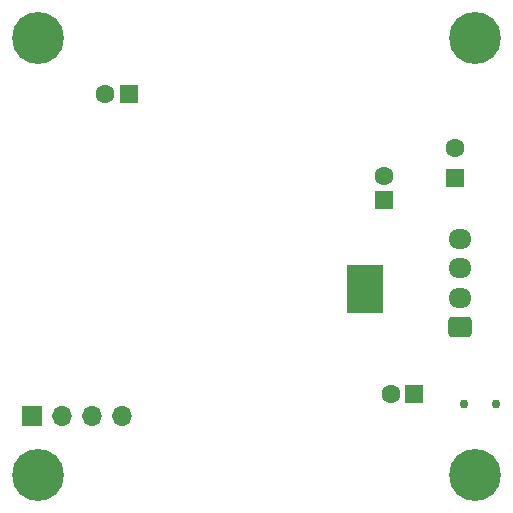
<source format=gbr>
%TF.GenerationSoftware,KiCad,Pcbnew,9.0.0*%
%TF.CreationDate,2025-08-20T08:39:57+02:00*%
%TF.ProjectId,SPARK,53504152-4b2e-46b6-9963-61645f706362,rev?*%
%TF.SameCoordinates,Original*%
%TF.FileFunction,Soldermask,Bot*%
%TF.FilePolarity,Negative*%
%FSLAX46Y46*%
G04 Gerber Fmt 4.6, Leading zero omitted, Abs format (unit mm)*
G04 Created by KiCad (PCBNEW 9.0.0) date 2025-08-20 08:39:57*
%MOMM*%
%LPD*%
G01*
G04 APERTURE LIST*
G04 Aperture macros list*
%AMRoundRect*
0 Rectangle with rounded corners*
0 $1 Rounding radius*
0 $2 $3 $4 $5 $6 $7 $8 $9 X,Y pos of 4 corners*
0 Add a 4 corners polygon primitive as box body*
4,1,4,$2,$3,$4,$5,$6,$7,$8,$9,$2,$3,0*
0 Add four circle primitives for the rounded corners*
1,1,$1+$1,$2,$3*
1,1,$1+$1,$4,$5*
1,1,$1+$1,$6,$7*
1,1,$1+$1,$8,$9*
0 Add four rect primitives between the rounded corners*
20,1,$1+$1,$2,$3,$4,$5,0*
20,1,$1+$1,$4,$5,$6,$7,0*
20,1,$1+$1,$6,$7,$8,$9,0*
20,1,$1+$1,$8,$9,$2,$3,0*%
G04 Aperture macros list end*
%ADD10R,1.600000X1.600000*%
%ADD11C,1.600000*%
%ADD12R,3.100000X4.050000*%
%ADD13C,0.750000*%
%ADD14R,1.700000X1.700000*%
%ADD15O,1.700000X1.700000*%
%ADD16C,0.700000*%
%ADD17C,4.400000*%
%ADD18RoundRect,0.250000X0.725000X-0.600000X0.725000X0.600000X-0.725000X0.600000X-0.725000X-0.600000X0*%
%ADD19O,1.950000X1.700000*%
G04 APERTURE END LIST*
D10*
%TO.C,C1*%
X-31844887Y34700000D03*
D11*
X-33844887Y34700000D03*
%TD*%
D10*
%TO.C,C23*%
X-7644887Y9350000D03*
D11*
X-9644887Y9350000D03*
%TD*%
D12*
%TO.C,U3*%
X-11850000Y18200000D03*
%TD*%
D13*
%TO.C,SW1*%
X-725000Y8500000D03*
X-3475000Y8500000D03*
%TD*%
D14*
%TO.C,J6*%
X-40000000Y7500000D03*
D15*
X-37460000Y7500000D03*
X-34920000Y7500000D03*
X-32380000Y7500000D03*
%TD*%
D16*
%TO.C,H4*%
X-4150000Y39500000D03*
X-3666726Y40666726D03*
X-3666726Y38333274D03*
X-2500000Y41150000D03*
D17*
X-2500000Y39500000D03*
D16*
X-2500000Y37850000D03*
X-1333274Y40666726D03*
X-1333274Y38333274D03*
X-850000Y39500000D03*
%TD*%
%TO.C,H1*%
X-41150000Y2500000D03*
X-40666726Y3666726D03*
X-40666726Y1333274D03*
X-39500000Y4150000D03*
D17*
X-39500000Y2500000D03*
D16*
X-39500000Y850000D03*
X-38333274Y3666726D03*
X-38333274Y1333274D03*
X-37850000Y2500000D03*
%TD*%
D18*
%TO.C,J3*%
X-3800000Y15000000D03*
D19*
X-3800000Y17500000D03*
X-3800000Y20000000D03*
X-3800000Y22500000D03*
%TD*%
D10*
%TO.C,C12*%
X-4250000Y27667620D03*
D11*
X-4250000Y30167620D03*
%TD*%
D10*
%TO.C,C11*%
X-10250000Y25794887D03*
D11*
X-10250000Y27794887D03*
%TD*%
D16*
%TO.C,H3*%
X-41150000Y39500000D03*
X-40666726Y40666726D03*
X-40666726Y38333274D03*
X-39500000Y41150000D03*
D17*
X-39500000Y39500000D03*
D16*
X-39500000Y37850000D03*
X-38333274Y40666726D03*
X-38333274Y38333274D03*
X-37850000Y39500000D03*
%TD*%
%TO.C,H2*%
X-4150000Y2500000D03*
X-3666726Y3666726D03*
X-3666726Y1333274D03*
X-2500000Y4150000D03*
D17*
X-2500000Y2500000D03*
D16*
X-2500000Y850000D03*
X-1333274Y3666726D03*
X-1333274Y1333274D03*
X-850000Y2500000D03*
%TD*%
M02*

</source>
